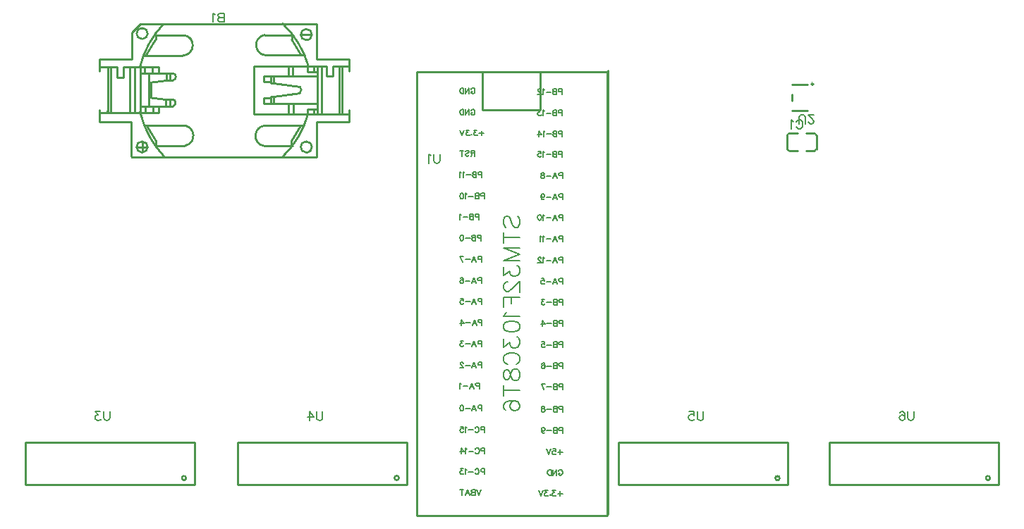
<source format=gbo>
G04 Layer: BottomSilkLayer*
G04 EasyEDA v6.4.20.2, 2021-06-27T22:08:49--7:00*
G04 5bb4508a62654dd5b4bd4a713fde6167,27d4ab91a1c145949b64cbb6833597a5,10*
G04 Gerber Generator version 0.2*
G04 Scale: 100 percent, Rotated: No, Reflected: No *
G04 Dimensions in inches *
G04 leading zeros omitted , absolute positions ,3 integer and 6 decimal *
%FSLAX36Y36*%
%MOIN*%

%ADD10C,0.0100*%
%ADD24C,0.0080*%
%ADD26C,0.0060*%
%ADD27C,0.0090*%
%ADD28C,0.0079*%

%LPD*%
D26*
X1440000Y-4169600D02*
G01*
X1440000Y-4212500D01*
X1440000Y-4169600D02*
G01*
X1421599Y-4169600D01*
X1415500Y-4171599D01*
X1413400Y-4173699D01*
X1411400Y-4177800D01*
X1411400Y-4181900D01*
X1413400Y-4185999D01*
X1415500Y-4188000D01*
X1421599Y-4190000D01*
X1440000Y-4190000D02*
G01*
X1421599Y-4190000D01*
X1415500Y-4192100D01*
X1413400Y-4194099D01*
X1411400Y-4198200D01*
X1411400Y-4204400D01*
X1413400Y-4208499D01*
X1415500Y-4210500D01*
X1421599Y-4212500D01*
X1440000Y-4212500D01*
X1397899Y-4177800D02*
G01*
X1393800Y-4175700D01*
X1387600Y-4169600D01*
X1387600Y-4212500D01*
X4143670Y-4684800D02*
G01*
X4145770Y-4680700D01*
X4149870Y-4676599D01*
X4153869Y-4674600D01*
X4162070Y-4674600D01*
X4166170Y-4676599D01*
X4170270Y-4680700D01*
X4172370Y-4684800D01*
X4174369Y-4690999D01*
X4174369Y-4701199D01*
X4172370Y-4707300D01*
X4170270Y-4711399D01*
X4166170Y-4715500D01*
X4162070Y-4717500D01*
X4153869Y-4717500D01*
X4149870Y-4715500D01*
X4145770Y-4711399D01*
X4143670Y-4707300D01*
X4130169Y-4682800D02*
G01*
X4126069Y-4680700D01*
X4119970Y-4674600D01*
X4119970Y-4717500D01*
X4157482Y-4692912D02*
G01*
X4157482Y-4662213D01*
X4159481Y-4656113D01*
X4163581Y-4652013D01*
X4169781Y-4650012D01*
X4173882Y-4650012D01*
X4179982Y-4652013D01*
X4184081Y-4656113D01*
X4186081Y-4662213D01*
X4186081Y-4692912D01*
X4201682Y-4682712D02*
G01*
X4201682Y-4684713D01*
X4203681Y-4688813D01*
X4205781Y-4690913D01*
X4209881Y-4692912D01*
X4217982Y-4692912D01*
X4222082Y-4690913D01*
X4224182Y-4688813D01*
X4226181Y-4684713D01*
X4226181Y-4680612D01*
X4224182Y-4676513D01*
X4220082Y-4670412D01*
X4199582Y-4650012D01*
X4228281Y-4650012D01*
X900000Y-6054600D02*
G01*
X900000Y-6085300D01*
X898000Y-6091399D01*
X893900Y-6095500D01*
X887700Y-6097500D01*
X883599Y-6097500D01*
X877500Y-6095500D01*
X873400Y-6091399D01*
X871400Y-6085300D01*
X871400Y-6054600D01*
X853800Y-6054600D02*
G01*
X831300Y-6054600D01*
X843500Y-6070999D01*
X837399Y-6070999D01*
X833299Y-6073000D01*
X831300Y-6075000D01*
X829200Y-6081199D01*
X829200Y-6085300D01*
X831300Y-6091399D01*
X835399Y-6095500D01*
X841499Y-6097500D01*
X847600Y-6097500D01*
X853800Y-6095500D01*
X855799Y-6093499D01*
X857899Y-6089400D01*
X1905000Y-6053811D02*
G01*
X1905000Y-6084512D01*
X1903000Y-6090612D01*
X1898900Y-6094712D01*
X1892700Y-6096712D01*
X1888599Y-6096712D01*
X1882500Y-6094712D01*
X1878400Y-6090612D01*
X1876400Y-6084512D01*
X1876400Y-6053811D01*
X1842399Y-6053811D02*
G01*
X1862899Y-6082411D01*
X1832200Y-6082411D01*
X1842399Y-6053811D02*
G01*
X1842399Y-6096712D01*
X3705000Y-6054600D02*
G01*
X3705000Y-6085300D01*
X3703000Y-6091399D01*
X3698900Y-6095500D01*
X3692700Y-6097500D01*
X3688599Y-6097500D01*
X3682500Y-6095500D01*
X3678400Y-6091399D01*
X3676400Y-6085300D01*
X3676400Y-6054600D01*
X3638299Y-6054600D02*
G01*
X3658800Y-6054600D01*
X3660799Y-6073000D01*
X3658800Y-6070999D01*
X3652600Y-6068899D01*
X3646499Y-6068899D01*
X3640399Y-6070999D01*
X3636300Y-6075000D01*
X3634200Y-6081199D01*
X3634200Y-6085300D01*
X3636300Y-6091399D01*
X3640399Y-6095500D01*
X3646499Y-6097500D01*
X3652600Y-6097500D01*
X3658800Y-6095500D01*
X3660799Y-6093499D01*
X3662899Y-6089400D01*
X4700000Y-6054600D02*
G01*
X4700000Y-6085300D01*
X4698000Y-6091399D01*
X4693900Y-6095500D01*
X4687700Y-6097500D01*
X4683599Y-6097500D01*
X4677500Y-6095500D01*
X4673400Y-6091399D01*
X4671400Y-6085300D01*
X4671400Y-6054600D01*
X4633299Y-6060700D02*
G01*
X4635400Y-6056599D01*
X4641499Y-6054600D01*
X4645600Y-6054600D01*
X4651700Y-6056599D01*
X4655799Y-6062800D01*
X4657900Y-6073000D01*
X4657900Y-6083200D01*
X4655799Y-6091399D01*
X4651700Y-6095500D01*
X4645600Y-6097500D01*
X4643500Y-6097500D01*
X4637399Y-6095500D01*
X4633299Y-6091399D01*
X4631300Y-6085300D01*
X4631300Y-6083200D01*
X4633299Y-6077100D01*
X4637399Y-6073000D01*
X4643500Y-6070999D01*
X4645600Y-6070999D01*
X4651700Y-6073000D01*
X4655799Y-6077100D01*
X4657900Y-6083200D01*
X2460000Y-4836323D02*
G01*
X2460000Y-4867004D01*
X2457955Y-4873141D01*
X2453864Y-4877231D01*
X2447727Y-4879277D01*
X2443635Y-4879277D01*
X2437500Y-4877231D01*
X2433409Y-4873141D01*
X2431364Y-4867004D01*
X2431364Y-4836323D01*
X2417863Y-4844504D02*
G01*
X2413773Y-4842458D01*
X2407636Y-4836323D01*
X2407636Y-4879277D01*
D28*
X2654300Y-6424731D02*
G01*
X2644300Y-6451032D01*
X2634300Y-6424731D02*
G01*
X2644300Y-6451032D01*
X2626000Y-6424731D02*
G01*
X2626000Y-6451032D01*
X2626000Y-6424731D02*
G01*
X2614700Y-6424731D01*
X2611000Y-6425931D01*
X2609700Y-6427231D01*
X2608500Y-6429731D01*
X2608500Y-6432231D01*
X2609700Y-6434731D01*
X2611000Y-6435931D01*
X2614700Y-6437231D01*
X2626000Y-6437231D02*
G01*
X2614700Y-6437231D01*
X2611000Y-6438431D01*
X2609700Y-6439731D01*
X2608500Y-6442231D01*
X2608500Y-6446032D01*
X2609700Y-6448532D01*
X2611000Y-6449731D01*
X2614700Y-6451032D01*
X2626000Y-6451032D01*
X2590200Y-6424731D02*
G01*
X2600200Y-6451032D01*
X2590200Y-6424731D02*
G01*
X2580100Y-6451032D01*
X2596400Y-6442231D02*
G01*
X2583900Y-6442231D01*
X2563100Y-6424731D02*
G01*
X2563100Y-6451032D01*
X2571899Y-6424731D02*
G01*
X2554300Y-6424731D01*
X2670000Y-6325731D02*
G01*
X2670000Y-6352031D01*
X2670000Y-6325731D02*
G01*
X2658699Y-6325731D01*
X2655000Y-6326932D01*
X2653699Y-6328231D01*
X2652500Y-6330731D01*
X2652500Y-6334432D01*
X2653699Y-6336932D01*
X2655000Y-6338231D01*
X2658699Y-6339432D01*
X2670000Y-6339432D01*
X2625399Y-6331932D02*
G01*
X2626700Y-6329432D01*
X2629200Y-6326932D01*
X2631700Y-6325731D01*
X2636700Y-6325731D01*
X2639200Y-6326932D01*
X2641700Y-6329432D01*
X2642899Y-6331932D01*
X2644200Y-6335731D01*
X2644200Y-6342031D01*
X2642899Y-6345731D01*
X2641700Y-6348231D01*
X2639200Y-6350731D01*
X2636700Y-6352031D01*
X2631700Y-6352031D01*
X2629200Y-6350731D01*
X2626700Y-6348231D01*
X2625399Y-6345731D01*
X2617100Y-6340731D02*
G01*
X2594600Y-6340731D01*
X2586300Y-6330731D02*
G01*
X2583800Y-6329432D01*
X2580100Y-6325731D01*
X2580100Y-6352031D01*
X2569300Y-6325731D02*
G01*
X2555500Y-6325731D01*
X2563000Y-6335731D01*
X2559300Y-6335731D01*
X2556800Y-6336932D01*
X2555500Y-6338231D01*
X2554300Y-6342031D01*
X2554300Y-6344531D01*
X2555500Y-6348231D01*
X2558000Y-6350731D01*
X2561800Y-6352031D01*
X2565500Y-6352031D01*
X2569300Y-6350731D01*
X2570500Y-6349531D01*
X2571800Y-6347031D01*
X2671300Y-6227732D02*
G01*
X2671300Y-6254032D01*
X2671300Y-6227732D02*
G01*
X2660000Y-6227732D01*
X2656300Y-6228932D01*
X2655000Y-6230232D01*
X2653800Y-6232732D01*
X2653800Y-6236432D01*
X2655000Y-6238932D01*
X2656300Y-6240232D01*
X2660000Y-6241432D01*
X2671300Y-6241432D01*
X2626700Y-6233932D02*
G01*
X2628000Y-6231432D01*
X2630500Y-6228932D01*
X2633000Y-6227732D01*
X2638000Y-6227732D01*
X2640500Y-6228932D01*
X2643000Y-6231432D01*
X2644200Y-6233932D01*
X2645500Y-6237732D01*
X2645500Y-6244032D01*
X2644200Y-6247732D01*
X2643000Y-6250232D01*
X2640500Y-6252732D01*
X2638000Y-6254032D01*
X2633000Y-6254032D01*
X2630500Y-6252732D01*
X2628000Y-6250232D01*
X2626700Y-6247732D01*
X2618400Y-6242732D02*
G01*
X2595900Y-6242732D01*
X2587600Y-6232732D02*
G01*
X2585100Y-6231432D01*
X2581400Y-6227732D01*
X2581400Y-6254032D01*
X2560600Y-6227732D02*
G01*
X2573100Y-6245232D01*
X2554300Y-6245232D01*
X2560600Y-6227732D02*
G01*
X2560600Y-6254032D01*
X2670000Y-6126732D02*
G01*
X2670000Y-6153031D01*
X2670000Y-6126732D02*
G01*
X2658699Y-6126732D01*
X2655000Y-6127932D01*
X2653699Y-6129232D01*
X2652500Y-6131732D01*
X2652500Y-6135432D01*
X2653699Y-6137932D01*
X2655000Y-6139232D01*
X2658699Y-6140432D01*
X2670000Y-6140432D01*
X2625399Y-6132932D02*
G01*
X2626700Y-6130432D01*
X2629200Y-6127932D01*
X2631700Y-6126732D01*
X2636700Y-6126732D01*
X2639200Y-6127932D01*
X2641700Y-6130432D01*
X2642899Y-6132932D01*
X2644200Y-6136732D01*
X2644200Y-6143031D01*
X2642899Y-6146732D01*
X2641700Y-6149232D01*
X2639200Y-6151732D01*
X2636700Y-6153031D01*
X2631700Y-6153031D01*
X2629200Y-6151732D01*
X2626700Y-6149232D01*
X2625399Y-6146732D01*
X2617100Y-6141732D02*
G01*
X2594600Y-6141732D01*
X2586300Y-6131732D02*
G01*
X2583800Y-6130432D01*
X2580100Y-6126732D01*
X2580100Y-6153031D01*
X2556800Y-6126732D02*
G01*
X2569300Y-6126732D01*
X2570500Y-6137932D01*
X2569300Y-6136732D01*
X2565500Y-6135432D01*
X2561800Y-6135432D01*
X2558000Y-6136732D01*
X2555500Y-6139232D01*
X2554300Y-6143031D01*
X2554300Y-6145531D01*
X2555500Y-6149232D01*
X2558000Y-6151732D01*
X2561800Y-6153031D01*
X2565500Y-6153031D01*
X2569300Y-6151732D01*
X2570500Y-6150531D01*
X2571800Y-6148031D01*
X2656800Y-6025731D02*
G01*
X2656800Y-6052031D01*
X2656800Y-6025731D02*
G01*
X2645500Y-6025731D01*
X2641800Y-6026932D01*
X2640500Y-6028231D01*
X2639300Y-6030731D01*
X2639300Y-6034432D01*
X2640500Y-6036932D01*
X2641800Y-6038231D01*
X2645500Y-6039432D01*
X2656800Y-6039432D01*
X2621000Y-6025731D02*
G01*
X2631000Y-6052031D01*
X2621000Y-6025731D02*
G01*
X2611000Y-6052031D01*
X2627200Y-6043231D02*
G01*
X2614700Y-6043231D01*
X2602700Y-6040731D02*
G01*
X2580100Y-6040731D01*
X2564399Y-6025731D02*
G01*
X2568100Y-6026932D01*
X2570600Y-6030731D01*
X2571899Y-6036932D01*
X2571899Y-6040731D01*
X2570600Y-6047031D01*
X2568100Y-6050731D01*
X2564399Y-6052031D01*
X2561800Y-6052031D01*
X2558100Y-6050731D01*
X2555600Y-6047031D01*
X2554300Y-6040731D01*
X2554300Y-6036932D01*
X2555600Y-6030731D01*
X2558100Y-6026932D01*
X2561800Y-6025731D01*
X2564399Y-6025731D01*
X2645500Y-5919731D02*
G01*
X2645500Y-5946032D01*
X2645500Y-5919731D02*
G01*
X2634200Y-5919731D01*
X2630500Y-5920931D01*
X2629200Y-5922231D01*
X2628000Y-5924731D01*
X2628000Y-5928431D01*
X2629200Y-5930931D01*
X2630500Y-5932231D01*
X2634200Y-5933431D01*
X2645500Y-5933431D01*
X2609700Y-5919731D02*
G01*
X2619700Y-5946032D01*
X2609700Y-5919731D02*
G01*
X2599700Y-5946032D01*
X2615900Y-5937231D02*
G01*
X2603400Y-5937231D01*
X2591400Y-5934731D02*
G01*
X2568800Y-5934731D01*
X2560600Y-5924731D02*
G01*
X2558100Y-5923431D01*
X2554300Y-5919731D01*
X2554300Y-5946032D01*
X2656800Y-5821732D02*
G01*
X2656800Y-5848031D01*
X2656800Y-5821732D02*
G01*
X2645500Y-5821732D01*
X2641800Y-5822932D01*
X2640500Y-5824232D01*
X2639300Y-5826732D01*
X2639300Y-5830432D01*
X2640500Y-5832932D01*
X2641800Y-5834232D01*
X2645500Y-5835432D01*
X2656800Y-5835432D01*
X2621000Y-5821732D02*
G01*
X2631000Y-5848031D01*
X2621000Y-5821732D02*
G01*
X2611000Y-5848031D01*
X2627200Y-5839232D02*
G01*
X2614700Y-5839232D01*
X2602700Y-5836732D02*
G01*
X2580100Y-5836732D01*
X2570600Y-5827932D02*
G01*
X2570600Y-5826732D01*
X2569399Y-5824232D01*
X2568100Y-5822932D01*
X2565600Y-5821732D01*
X2560600Y-5821732D01*
X2558100Y-5822932D01*
X2556800Y-5824232D01*
X2555600Y-5826732D01*
X2555600Y-5829232D01*
X2556800Y-5831732D01*
X2559300Y-5835432D01*
X2571899Y-5848031D01*
X2554300Y-5848031D01*
X2656800Y-5720731D02*
G01*
X2656800Y-5747031D01*
X2656800Y-5720731D02*
G01*
X2645500Y-5720731D01*
X2641800Y-5721932D01*
X2640500Y-5723231D01*
X2639300Y-5725731D01*
X2639300Y-5729432D01*
X2640500Y-5731932D01*
X2641800Y-5733231D01*
X2645500Y-5734432D01*
X2656800Y-5734432D01*
X2621000Y-5720731D02*
G01*
X2631000Y-5747031D01*
X2621000Y-5720731D02*
G01*
X2611000Y-5747031D01*
X2627200Y-5738231D02*
G01*
X2614700Y-5738231D01*
X2602700Y-5735731D02*
G01*
X2580100Y-5735731D01*
X2569399Y-5720731D02*
G01*
X2555600Y-5720731D01*
X2563100Y-5730731D01*
X2559300Y-5730731D01*
X2556800Y-5731932D01*
X2555600Y-5733231D01*
X2554300Y-5737031D01*
X2554300Y-5739531D01*
X2555600Y-5743231D01*
X2558100Y-5745731D01*
X2561800Y-5747031D01*
X2565600Y-5747031D01*
X2569399Y-5745731D01*
X2570600Y-5744531D01*
X2571899Y-5742031D01*
X2658000Y-5619731D02*
G01*
X2658000Y-5646032D01*
X2658000Y-5619731D02*
G01*
X2646700Y-5619731D01*
X2643000Y-5620931D01*
X2641700Y-5622231D01*
X2640500Y-5624731D01*
X2640500Y-5628431D01*
X2641700Y-5630931D01*
X2643000Y-5632231D01*
X2646700Y-5633431D01*
X2658000Y-5633431D01*
X2622200Y-5619731D02*
G01*
X2632200Y-5646032D01*
X2622200Y-5619731D02*
G01*
X2612200Y-5646032D01*
X2628400Y-5637231D02*
G01*
X2615900Y-5637231D01*
X2603900Y-5634731D02*
G01*
X2581300Y-5634731D01*
X2560500Y-5619731D02*
G01*
X2573100Y-5637231D01*
X2554300Y-5637231D01*
X2560500Y-5619731D02*
G01*
X2560500Y-5646032D01*
X2656800Y-5519731D02*
G01*
X2656800Y-5546032D01*
X2656800Y-5519731D02*
G01*
X2645500Y-5519731D01*
X2641800Y-5520931D01*
X2640500Y-5522231D01*
X2639300Y-5524731D01*
X2639300Y-5528431D01*
X2640500Y-5530931D01*
X2641800Y-5532231D01*
X2645500Y-5533431D01*
X2656800Y-5533431D01*
X2621000Y-5519731D02*
G01*
X2631000Y-5546032D01*
X2621000Y-5519731D02*
G01*
X2611000Y-5546032D01*
X2627200Y-5537231D02*
G01*
X2614700Y-5537231D01*
X2602700Y-5534731D02*
G01*
X2580100Y-5534731D01*
X2556800Y-5519731D02*
G01*
X2569399Y-5519731D01*
X2570600Y-5530931D01*
X2569399Y-5529731D01*
X2565600Y-5528431D01*
X2561800Y-5528431D01*
X2558100Y-5529731D01*
X2555600Y-5532231D01*
X2554300Y-5536032D01*
X2554300Y-5538532D01*
X2555600Y-5542231D01*
X2558100Y-5544731D01*
X2561800Y-5546032D01*
X2565600Y-5546032D01*
X2569399Y-5544731D01*
X2570600Y-5543532D01*
X2571899Y-5541032D01*
X2655500Y-5421732D02*
G01*
X2655500Y-5448031D01*
X2655500Y-5421732D02*
G01*
X2644200Y-5421732D01*
X2640500Y-5422932D01*
X2639200Y-5424232D01*
X2638000Y-5426732D01*
X2638000Y-5430432D01*
X2639200Y-5432932D01*
X2640500Y-5434232D01*
X2644200Y-5435432D01*
X2655500Y-5435432D01*
X2619700Y-5421732D02*
G01*
X2629700Y-5448031D01*
X2619700Y-5421732D02*
G01*
X2609700Y-5448031D01*
X2625900Y-5439232D02*
G01*
X2613400Y-5439232D01*
X2601400Y-5436732D02*
G01*
X2578800Y-5436732D01*
X2555500Y-5425432D02*
G01*
X2556800Y-5422932D01*
X2560500Y-5421732D01*
X2563100Y-5421732D01*
X2566800Y-5422932D01*
X2569300Y-5426732D01*
X2570600Y-5432932D01*
X2570600Y-5439232D01*
X2569300Y-5444232D01*
X2566800Y-5446732D01*
X2563100Y-5448031D01*
X2561800Y-5448031D01*
X2558000Y-5446732D01*
X2555500Y-5444232D01*
X2554300Y-5440531D01*
X2554300Y-5439232D01*
X2555500Y-5435432D01*
X2558000Y-5432932D01*
X2561800Y-5431732D01*
X2563100Y-5431732D01*
X2566800Y-5432932D01*
X2569300Y-5435432D01*
X2570600Y-5439232D01*
X2656800Y-5320731D02*
G01*
X2656800Y-5347031D01*
X2656800Y-5320731D02*
G01*
X2645500Y-5320731D01*
X2641800Y-5321932D01*
X2640500Y-5323231D01*
X2639300Y-5325731D01*
X2639300Y-5329432D01*
X2640500Y-5331932D01*
X2641800Y-5333231D01*
X2645500Y-5334432D01*
X2656800Y-5334432D01*
X2621000Y-5320731D02*
G01*
X2631000Y-5347031D01*
X2621000Y-5320731D02*
G01*
X2611000Y-5347031D01*
X2627200Y-5338231D02*
G01*
X2614700Y-5338231D01*
X2602700Y-5335731D02*
G01*
X2580100Y-5335731D01*
X2554300Y-5320731D02*
G01*
X2566899Y-5347031D01*
X2571899Y-5320731D02*
G01*
X2554300Y-5320731D01*
X2654300Y-5219731D02*
G01*
X2654300Y-5246032D01*
X2654300Y-5219731D02*
G01*
X2643000Y-5219731D01*
X2639300Y-5220931D01*
X2638000Y-5222231D01*
X2636800Y-5224731D01*
X2636800Y-5228431D01*
X2638000Y-5230931D01*
X2639300Y-5232231D01*
X2643000Y-5233431D01*
X2654300Y-5233431D01*
X2628500Y-5219731D02*
G01*
X2628500Y-5246032D01*
X2628500Y-5219731D02*
G01*
X2617200Y-5219731D01*
X2613500Y-5220931D01*
X2612200Y-5222231D01*
X2611000Y-5224731D01*
X2611000Y-5227231D01*
X2612200Y-5229731D01*
X2613500Y-5230931D01*
X2617200Y-5232231D01*
X2628500Y-5232231D02*
G01*
X2617200Y-5232231D01*
X2613500Y-5233431D01*
X2612200Y-5234731D01*
X2611000Y-5237231D01*
X2611000Y-5241032D01*
X2612200Y-5243532D01*
X2613500Y-5244731D01*
X2617200Y-5246032D01*
X2628500Y-5246032D01*
X2602700Y-5234731D02*
G01*
X2580100Y-5234731D01*
X2564399Y-5219731D02*
G01*
X2568100Y-5220931D01*
X2570600Y-5224731D01*
X2571899Y-5230931D01*
X2571899Y-5234731D01*
X2570600Y-5241032D01*
X2568100Y-5244731D01*
X2564399Y-5246032D01*
X2561899Y-5246032D01*
X2558100Y-5244731D01*
X2555600Y-5241032D01*
X2554300Y-5234731D01*
X2554300Y-5230931D01*
X2555600Y-5224731D01*
X2558100Y-5220931D01*
X2561899Y-5219731D01*
X2564399Y-5219731D01*
X2643000Y-5119731D02*
G01*
X2643000Y-5146032D01*
X2643000Y-5119731D02*
G01*
X2631700Y-5119731D01*
X2628000Y-5120931D01*
X2626700Y-5122231D01*
X2625500Y-5124731D01*
X2625500Y-5128431D01*
X2626700Y-5130931D01*
X2628000Y-5132231D01*
X2631700Y-5133431D01*
X2643000Y-5133431D01*
X2617200Y-5119731D02*
G01*
X2617200Y-5146032D01*
X2617200Y-5119731D02*
G01*
X2605900Y-5119731D01*
X2602200Y-5120931D01*
X2600900Y-5122231D01*
X2599700Y-5124731D01*
X2599700Y-5127231D01*
X2600900Y-5129731D01*
X2602200Y-5130931D01*
X2605900Y-5132231D01*
X2617200Y-5132231D02*
G01*
X2605900Y-5132231D01*
X2602200Y-5133431D01*
X2600900Y-5134731D01*
X2599700Y-5137231D01*
X2599700Y-5141032D01*
X2600900Y-5143532D01*
X2602200Y-5144731D01*
X2605900Y-5146032D01*
X2617200Y-5146032D01*
X2591400Y-5134731D02*
G01*
X2568800Y-5134731D01*
X2560600Y-5124731D02*
G01*
X2558100Y-5123431D01*
X2554300Y-5119731D01*
X2554300Y-5146032D01*
X2668800Y-5021732D02*
G01*
X2668800Y-5048031D01*
X2668800Y-5021732D02*
G01*
X2657500Y-5021732D01*
X2653800Y-5022932D01*
X2652500Y-5024232D01*
X2651300Y-5026732D01*
X2651300Y-5030432D01*
X2652500Y-5032932D01*
X2653800Y-5034232D01*
X2657500Y-5035432D01*
X2668800Y-5035432D01*
X2643000Y-5021732D02*
G01*
X2643000Y-5048031D01*
X2643000Y-5021732D02*
G01*
X2631700Y-5021732D01*
X2628000Y-5022932D01*
X2626700Y-5024232D01*
X2625500Y-5026732D01*
X2625500Y-5029232D01*
X2626700Y-5031732D01*
X2628000Y-5032932D01*
X2631700Y-5034232D01*
X2643000Y-5034232D02*
G01*
X2631700Y-5034232D01*
X2628000Y-5035432D01*
X2626700Y-5036732D01*
X2625500Y-5039232D01*
X2625500Y-5043031D01*
X2626700Y-5045531D01*
X2628000Y-5046732D01*
X2631700Y-5048031D01*
X2643000Y-5048031D01*
X2617200Y-5036732D02*
G01*
X2594600Y-5036732D01*
X2586400Y-5026732D02*
G01*
X2583900Y-5025432D01*
X2580100Y-5021732D01*
X2580100Y-5048031D01*
X2564300Y-5021732D02*
G01*
X2568100Y-5022932D01*
X2570600Y-5026732D01*
X2571800Y-5032932D01*
X2571800Y-5036732D01*
X2570600Y-5043031D01*
X2568100Y-5046732D01*
X2564300Y-5048031D01*
X2561800Y-5048031D01*
X2558100Y-5046732D01*
X2555600Y-5043031D01*
X2554300Y-5036732D01*
X2554300Y-5032932D01*
X2555600Y-5026732D01*
X2558100Y-5022932D01*
X2561800Y-5021732D01*
X2564300Y-5021732D01*
X2657500Y-4920731D02*
G01*
X2657500Y-4947031D01*
X2657500Y-4920731D02*
G01*
X2646199Y-4920731D01*
X2642500Y-4921932D01*
X2641199Y-4923231D01*
X2640000Y-4925731D01*
X2640000Y-4929432D01*
X2641199Y-4931932D01*
X2642500Y-4933231D01*
X2646199Y-4934432D01*
X2657500Y-4934432D01*
X2631700Y-4920731D02*
G01*
X2631700Y-4947031D01*
X2631700Y-4920731D02*
G01*
X2620399Y-4920731D01*
X2616700Y-4921932D01*
X2615399Y-4923231D01*
X2614200Y-4925731D01*
X2614200Y-4928231D01*
X2615399Y-4930731D01*
X2616700Y-4931932D01*
X2620399Y-4933231D01*
X2631700Y-4933231D02*
G01*
X2620399Y-4933231D01*
X2616700Y-4934432D01*
X2615399Y-4935731D01*
X2614200Y-4938231D01*
X2614200Y-4942031D01*
X2615399Y-4944531D01*
X2616700Y-4945731D01*
X2620399Y-4947031D01*
X2631700Y-4947031D01*
X2605900Y-4935731D02*
G01*
X2583299Y-4935731D01*
X2575100Y-4925731D02*
G01*
X2572600Y-4924432D01*
X2568800Y-4920731D01*
X2568800Y-4947031D01*
X2560500Y-4925731D02*
G01*
X2558000Y-4924432D01*
X2554300Y-4920731D01*
X2554300Y-4947031D01*
X2623400Y-4819731D02*
G01*
X2623400Y-4846032D01*
X2623400Y-4819731D02*
G01*
X2612100Y-4819731D01*
X2608400Y-4820931D01*
X2607100Y-4822231D01*
X2605900Y-4824731D01*
X2605900Y-4827231D01*
X2607100Y-4829731D01*
X2608400Y-4830931D01*
X2612100Y-4832231D01*
X2623400Y-4832231D01*
X2614600Y-4832231D02*
G01*
X2605900Y-4846032D01*
X2580100Y-4823431D02*
G01*
X2582600Y-4820931D01*
X2586300Y-4819731D01*
X2591300Y-4819731D01*
X2595100Y-4820931D01*
X2597600Y-4823431D01*
X2597600Y-4825931D01*
X2596300Y-4828431D01*
X2595100Y-4829731D01*
X2592600Y-4830931D01*
X2585100Y-4833431D01*
X2582600Y-4834731D01*
X2581300Y-4836032D01*
X2580100Y-4838532D01*
X2580100Y-4842231D01*
X2582600Y-4844731D01*
X2586300Y-4846032D01*
X2591300Y-4846032D01*
X2595100Y-4844731D01*
X2597600Y-4842231D01*
X2563000Y-4819731D02*
G01*
X2563000Y-4846032D01*
X2571800Y-4819731D02*
G01*
X2554300Y-4819731D01*
X2656199Y-4726432D02*
G01*
X2656199Y-4749032D01*
X2667500Y-4737732D02*
G01*
X2645000Y-4737732D01*
X2634200Y-4722732D02*
G01*
X2620399Y-4722732D01*
X2627899Y-4732732D01*
X2624200Y-4732732D01*
X2621700Y-4733932D01*
X2620399Y-4735232D01*
X2619099Y-4739032D01*
X2619099Y-4741532D01*
X2620399Y-4745232D01*
X2622899Y-4747732D01*
X2626700Y-4749032D01*
X2630399Y-4749032D01*
X2634200Y-4747732D01*
X2635399Y-4746532D01*
X2636700Y-4744032D01*
X2609600Y-4742732D02*
G01*
X2610900Y-4744032D01*
X2609600Y-4745232D01*
X2608400Y-4744032D01*
X2609600Y-4742732D01*
X2597600Y-4722732D02*
G01*
X2583800Y-4722732D01*
X2591300Y-4732732D01*
X2587600Y-4732732D01*
X2585100Y-4733932D01*
X2583800Y-4735232D01*
X2582600Y-4739032D01*
X2582600Y-4741532D01*
X2583800Y-4745232D01*
X2586300Y-4747732D01*
X2590100Y-4749032D01*
X2593800Y-4749032D01*
X2597600Y-4747732D01*
X2598900Y-4746532D01*
X2600100Y-4744032D01*
X2574300Y-4722732D02*
G01*
X2564300Y-4749032D01*
X2554300Y-4722732D02*
G01*
X2564300Y-4749032D01*
X2605900Y-4630931D02*
G01*
X2607200Y-4628431D01*
X2609700Y-4625931D01*
X2612200Y-4624731D01*
X2617200Y-4624731D01*
X2619700Y-4625931D01*
X2622200Y-4628431D01*
X2623400Y-4630931D01*
X2624700Y-4634731D01*
X2624700Y-4641032D01*
X2623400Y-4644731D01*
X2622200Y-4647231D01*
X2619700Y-4649731D01*
X2617200Y-4651032D01*
X2612200Y-4651032D01*
X2609700Y-4649731D01*
X2607200Y-4647231D01*
X2605900Y-4644731D01*
X2605900Y-4641032D01*
X2612200Y-4641032D02*
G01*
X2605900Y-4641032D01*
X2597600Y-4624731D02*
G01*
X2597600Y-4651032D01*
X2597600Y-4624731D02*
G01*
X2580100Y-4651032D01*
X2580100Y-4624731D02*
G01*
X2580100Y-4651032D01*
X2571800Y-4624731D02*
G01*
X2571800Y-4651032D01*
X2571800Y-4624731D02*
G01*
X2563100Y-4624731D01*
X2559300Y-4625931D01*
X2556800Y-4628431D01*
X2555600Y-4630931D01*
X2554300Y-4634731D01*
X2554300Y-4641032D01*
X2555600Y-4644731D01*
X2556800Y-4647231D01*
X2559300Y-4649731D01*
X2563100Y-4651032D01*
X2571800Y-4651032D01*
X2605900Y-4529931D02*
G01*
X2607200Y-4527431D01*
X2609700Y-4524931D01*
X2612200Y-4523732D01*
X2617200Y-4523732D01*
X2619700Y-4524931D01*
X2622200Y-4527431D01*
X2623400Y-4529931D01*
X2624700Y-4533732D01*
X2624700Y-4540032D01*
X2623400Y-4543732D01*
X2622200Y-4546232D01*
X2619700Y-4548732D01*
X2617200Y-4550032D01*
X2612200Y-4550032D01*
X2609700Y-4548732D01*
X2607200Y-4546232D01*
X2605900Y-4543732D01*
X2605900Y-4540032D01*
X2612200Y-4540032D02*
G01*
X2605900Y-4540032D01*
X2597600Y-4523732D02*
G01*
X2597600Y-4550032D01*
X2597600Y-4523732D02*
G01*
X2580100Y-4550032D01*
X2580100Y-4523732D02*
G01*
X2580100Y-4550032D01*
X2571800Y-4523732D02*
G01*
X2571800Y-4550032D01*
X2571800Y-4523732D02*
G01*
X2563100Y-4523732D01*
X2559300Y-4524931D01*
X2556800Y-4527431D01*
X2555600Y-4529931D01*
X2554300Y-4533732D01*
X2554300Y-4540032D01*
X2555600Y-4543732D01*
X2556800Y-4546232D01*
X2559300Y-4548732D01*
X2563100Y-4550032D01*
X2571800Y-4550032D01*
X3027500Y-6432431D02*
G01*
X3027500Y-6455032D01*
X3038800Y-6443732D02*
G01*
X3016300Y-6443732D01*
X3005500Y-6428732D02*
G01*
X2991700Y-6428732D01*
X2999200Y-6438732D01*
X2995500Y-6438732D01*
X2993000Y-6439931D01*
X2991700Y-6441232D01*
X2990399Y-6445032D01*
X2990399Y-6447532D01*
X2991700Y-6451232D01*
X2994200Y-6453732D01*
X2998000Y-6455032D01*
X3001700Y-6455032D01*
X3005500Y-6453732D01*
X3006700Y-6452532D01*
X3008000Y-6450032D01*
X2980900Y-6448732D02*
G01*
X2982200Y-6450032D01*
X2980900Y-6451232D01*
X2979700Y-6450032D01*
X2980900Y-6448732D01*
X2968900Y-6428732D02*
G01*
X2955100Y-6428732D01*
X2962600Y-6438732D01*
X2958900Y-6438732D01*
X2956400Y-6439931D01*
X2955100Y-6441232D01*
X2953900Y-6445032D01*
X2953900Y-6447532D01*
X2955100Y-6451232D01*
X2957600Y-6453732D01*
X2961400Y-6455032D01*
X2965100Y-6455032D01*
X2968900Y-6453732D01*
X2970200Y-6452532D01*
X2971400Y-6450032D01*
X2945600Y-6428732D02*
G01*
X2935600Y-6455032D01*
X2925600Y-6428732D02*
G01*
X2935600Y-6455032D01*
X3020000Y-6335931D02*
G01*
X3021300Y-6333431D01*
X3023800Y-6330931D01*
X3026300Y-6329731D01*
X3031300Y-6329731D01*
X3033800Y-6330931D01*
X3036300Y-6333431D01*
X3037500Y-6335931D01*
X3038800Y-6339731D01*
X3038800Y-6346032D01*
X3037500Y-6349731D01*
X3036300Y-6352231D01*
X3033800Y-6354731D01*
X3031300Y-6356032D01*
X3026300Y-6356032D01*
X3023800Y-6354731D01*
X3021300Y-6352231D01*
X3020000Y-6349731D01*
X3020000Y-6346032D01*
X3026300Y-6346032D02*
G01*
X3020000Y-6346032D01*
X3011700Y-6329731D02*
G01*
X3011700Y-6356032D01*
X3011700Y-6329731D02*
G01*
X2994200Y-6356032D01*
X2994200Y-6329731D02*
G01*
X2994200Y-6356032D01*
X2985900Y-6329731D02*
G01*
X2985900Y-6356032D01*
X2985900Y-6329731D02*
G01*
X2977200Y-6329731D01*
X2973400Y-6330931D01*
X2970900Y-6333431D01*
X2969700Y-6335931D01*
X2968400Y-6339731D01*
X2968400Y-6346032D01*
X2969700Y-6349731D01*
X2970900Y-6352231D01*
X2973400Y-6354731D01*
X2977200Y-6356032D01*
X2985900Y-6356032D01*
X3027500Y-6235432D02*
G01*
X3027500Y-6258031D01*
X3038800Y-6246732D02*
G01*
X3016300Y-6246732D01*
X2993000Y-6231732D02*
G01*
X3005500Y-6231732D01*
X3006700Y-6242932D01*
X3005500Y-6241732D01*
X3001700Y-6240432D01*
X2998000Y-6240432D01*
X2994200Y-6241732D01*
X2991700Y-6244232D01*
X2990399Y-6248031D01*
X2990399Y-6250531D01*
X2991700Y-6254232D01*
X2994200Y-6256732D01*
X2998000Y-6258031D01*
X3001700Y-6258031D01*
X3005500Y-6256732D01*
X3006700Y-6255531D01*
X3008000Y-6253031D01*
X2982200Y-6231732D02*
G01*
X2972200Y-6258031D01*
X2962100Y-6231732D02*
G01*
X2972200Y-6258031D01*
X3038800Y-6130731D02*
G01*
X3038800Y-6157031D01*
X3038800Y-6130731D02*
G01*
X3027500Y-6130731D01*
X3023800Y-6131932D01*
X3022500Y-6133231D01*
X3021300Y-6135731D01*
X3021300Y-6139432D01*
X3022500Y-6141932D01*
X3023800Y-6143231D01*
X3027500Y-6144432D01*
X3038800Y-6144432D01*
X3013000Y-6130731D02*
G01*
X3013000Y-6157031D01*
X3013000Y-6130731D02*
G01*
X3001700Y-6130731D01*
X2998000Y-6131932D01*
X2996700Y-6133231D01*
X2995500Y-6135731D01*
X2995500Y-6138231D01*
X2996700Y-6140731D01*
X2998000Y-6141932D01*
X3001700Y-6143231D01*
X3013000Y-6143231D02*
G01*
X3001700Y-6143231D01*
X2998000Y-6144432D01*
X2996700Y-6145731D01*
X2995500Y-6148231D01*
X2995500Y-6152031D01*
X2996700Y-6154531D01*
X2998000Y-6155731D01*
X3001700Y-6157031D01*
X3013000Y-6157031D01*
X2987200Y-6145731D02*
G01*
X2964600Y-6145731D01*
X2940100Y-6139432D02*
G01*
X2941300Y-6143231D01*
X2943800Y-6145731D01*
X2947600Y-6147031D01*
X2948900Y-6147031D01*
X2952600Y-6145731D01*
X2955100Y-6143231D01*
X2956400Y-6139432D01*
X2956400Y-6138231D01*
X2955100Y-6134432D01*
X2952600Y-6131932D01*
X2948900Y-6130731D01*
X2947600Y-6130731D01*
X2943800Y-6131932D01*
X2941300Y-6134432D01*
X2940100Y-6139432D01*
X2940100Y-6145731D01*
X2941300Y-6152031D01*
X2943800Y-6155731D01*
X2947600Y-6157031D01*
X2950100Y-6157031D01*
X2953900Y-6155731D01*
X2955100Y-6153231D01*
X3038800Y-6029731D02*
G01*
X3038800Y-6056032D01*
X3038800Y-6029731D02*
G01*
X3027500Y-6029731D01*
X3023800Y-6030931D01*
X3022500Y-6032231D01*
X3021300Y-6034731D01*
X3021300Y-6038431D01*
X3022500Y-6040931D01*
X3023800Y-6042231D01*
X3027500Y-6043431D01*
X3038800Y-6043431D01*
X3013000Y-6029731D02*
G01*
X3013000Y-6056032D01*
X3013000Y-6029731D02*
G01*
X3001700Y-6029731D01*
X2998000Y-6030931D01*
X2996700Y-6032231D01*
X2995500Y-6034731D01*
X2995500Y-6037231D01*
X2996700Y-6039731D01*
X2998000Y-6040931D01*
X3001700Y-6042231D01*
X3013000Y-6042231D02*
G01*
X3001700Y-6042231D01*
X2998000Y-6043431D01*
X2996700Y-6044731D01*
X2995500Y-6047231D01*
X2995500Y-6051032D01*
X2996700Y-6053532D01*
X2998000Y-6054731D01*
X3001700Y-6056032D01*
X3013000Y-6056032D01*
X2987200Y-6044731D02*
G01*
X2964600Y-6044731D01*
X2950100Y-6029731D02*
G01*
X2953900Y-6030931D01*
X2955100Y-6033431D01*
X2955100Y-6035931D01*
X2953900Y-6038431D01*
X2951400Y-6039731D01*
X2946300Y-6040931D01*
X2942600Y-6042231D01*
X2940100Y-6044731D01*
X2938800Y-6047231D01*
X2938800Y-6051032D01*
X2940100Y-6053532D01*
X2941300Y-6054731D01*
X2945100Y-6056032D01*
X2950100Y-6056032D01*
X2953900Y-6054731D01*
X2955100Y-6053532D01*
X2956400Y-6051032D01*
X2956400Y-6047231D01*
X2955100Y-6044731D01*
X2952600Y-6042231D01*
X2948900Y-6040931D01*
X2943800Y-6039731D01*
X2941300Y-6038431D01*
X2940100Y-6035931D01*
X2940100Y-6033431D01*
X2941300Y-6030931D01*
X2945100Y-6029731D01*
X2950100Y-6029731D01*
X3038800Y-5923732D02*
G01*
X3038800Y-5950032D01*
X3038800Y-5923732D02*
G01*
X3027500Y-5923732D01*
X3023800Y-5924931D01*
X3022500Y-5926232D01*
X3021300Y-5928732D01*
X3021300Y-5932431D01*
X3022500Y-5934931D01*
X3023800Y-5936232D01*
X3027500Y-5937431D01*
X3038800Y-5937431D01*
X3013000Y-5923732D02*
G01*
X3013000Y-5950032D01*
X3013000Y-5923732D02*
G01*
X3001700Y-5923732D01*
X2998000Y-5924931D01*
X2996700Y-5926232D01*
X2995500Y-5928732D01*
X2995500Y-5931232D01*
X2996700Y-5933732D01*
X2998000Y-5934931D01*
X3001700Y-5936232D01*
X3013000Y-5936232D02*
G01*
X3001700Y-5936232D01*
X2998000Y-5937431D01*
X2996700Y-5938732D01*
X2995500Y-5941232D01*
X2995500Y-5945032D01*
X2996700Y-5947532D01*
X2998000Y-5948732D01*
X3001700Y-5950032D01*
X3013000Y-5950032D01*
X2987200Y-5938732D02*
G01*
X2964600Y-5938732D01*
X2938800Y-5923732D02*
G01*
X2951400Y-5950032D01*
X2956400Y-5923732D02*
G01*
X2938800Y-5923732D01*
X3038800Y-5825731D02*
G01*
X3038800Y-5852031D01*
X3038800Y-5825731D02*
G01*
X3027500Y-5825731D01*
X3023800Y-5826932D01*
X3022500Y-5828231D01*
X3021300Y-5830731D01*
X3021300Y-5834432D01*
X3022500Y-5836932D01*
X3023800Y-5838231D01*
X3027500Y-5839432D01*
X3038800Y-5839432D01*
X3013000Y-5825731D02*
G01*
X3013000Y-5852031D01*
X3013000Y-5825731D02*
G01*
X3001700Y-5825731D01*
X2998000Y-5826932D01*
X2996700Y-5828231D01*
X2995500Y-5830731D01*
X2995500Y-5833231D01*
X2996700Y-5835731D01*
X2998000Y-5836932D01*
X3001700Y-5838231D01*
X3013000Y-5838231D02*
G01*
X3001700Y-5838231D01*
X2998000Y-5839432D01*
X2996700Y-5840731D01*
X2995500Y-5843231D01*
X2995500Y-5847031D01*
X2996700Y-5849531D01*
X2998000Y-5850731D01*
X3001700Y-5852031D01*
X3013000Y-5852031D01*
X2987200Y-5840731D02*
G01*
X2964600Y-5840731D01*
X2941300Y-5829432D02*
G01*
X2942600Y-5826932D01*
X2946400Y-5825731D01*
X2948900Y-5825731D01*
X2952600Y-5826932D01*
X2955100Y-5830731D01*
X2956400Y-5836932D01*
X2956400Y-5843231D01*
X2955100Y-5848231D01*
X2952600Y-5850731D01*
X2948900Y-5852031D01*
X2947600Y-5852031D01*
X2943800Y-5850731D01*
X2941300Y-5848231D01*
X2940100Y-5844531D01*
X2940100Y-5843231D01*
X2941300Y-5839432D01*
X2943800Y-5836932D01*
X2947600Y-5835731D01*
X2948900Y-5835731D01*
X2952600Y-5836932D01*
X2955100Y-5839432D01*
X2956400Y-5843231D01*
X3038800Y-5724731D02*
G01*
X3038800Y-5751032D01*
X3038800Y-5724731D02*
G01*
X3027500Y-5724731D01*
X3023800Y-5725931D01*
X3022500Y-5727231D01*
X3021300Y-5729731D01*
X3021300Y-5733431D01*
X3022500Y-5735931D01*
X3023800Y-5737231D01*
X3027500Y-5738431D01*
X3038800Y-5738431D01*
X3013000Y-5724731D02*
G01*
X3013000Y-5751032D01*
X3013000Y-5724731D02*
G01*
X3001700Y-5724731D01*
X2998000Y-5725931D01*
X2996700Y-5727231D01*
X2995500Y-5729731D01*
X2995500Y-5732231D01*
X2996700Y-5734731D01*
X2998000Y-5735931D01*
X3001700Y-5737231D01*
X3013000Y-5737231D02*
G01*
X3001700Y-5737231D01*
X2998000Y-5738431D01*
X2996700Y-5739731D01*
X2995500Y-5742231D01*
X2995500Y-5746032D01*
X2996700Y-5748532D01*
X2998000Y-5749731D01*
X3001700Y-5751032D01*
X3013000Y-5751032D01*
X2987200Y-5739731D02*
G01*
X2964600Y-5739731D01*
X2941300Y-5724731D02*
G01*
X2953900Y-5724731D01*
X2955100Y-5735931D01*
X2953900Y-5734731D01*
X2950100Y-5733431D01*
X2946400Y-5733431D01*
X2942600Y-5734731D01*
X2940100Y-5737231D01*
X2938800Y-5741032D01*
X2938800Y-5743532D01*
X2940100Y-5747231D01*
X2942600Y-5749731D01*
X2946400Y-5751032D01*
X2950100Y-5751032D01*
X2953900Y-5749731D01*
X2955100Y-5748532D01*
X2956400Y-5746032D01*
X3038800Y-5623732D02*
G01*
X3038800Y-5650032D01*
X3038800Y-5623732D02*
G01*
X3027500Y-5623732D01*
X3023800Y-5624931D01*
X3022500Y-5626232D01*
X3021300Y-5628732D01*
X3021300Y-5632431D01*
X3022500Y-5634931D01*
X3023800Y-5636232D01*
X3027500Y-5637431D01*
X3038800Y-5637431D01*
X3013000Y-5623732D02*
G01*
X3013000Y-5650032D01*
X3013000Y-5623732D02*
G01*
X3001700Y-5623732D01*
X2998000Y-5624931D01*
X2996700Y-5626232D01*
X2995500Y-5628732D01*
X2995500Y-5631232D01*
X2996700Y-5633732D01*
X2998000Y-5634931D01*
X3001700Y-5636232D01*
X3013000Y-5636232D02*
G01*
X3001700Y-5636232D01*
X2998000Y-5637431D01*
X2996700Y-5638732D01*
X2995500Y-5641232D01*
X2995500Y-5645032D01*
X2996700Y-5647532D01*
X2998000Y-5648732D01*
X3001700Y-5650032D01*
X3013000Y-5650032D01*
X2987200Y-5638732D02*
G01*
X2964600Y-5638732D01*
X2943800Y-5623732D02*
G01*
X2956400Y-5641232D01*
X2937600Y-5641232D01*
X2943800Y-5623732D02*
G01*
X2943800Y-5650032D01*
X3038800Y-5523732D02*
G01*
X3038800Y-5550032D01*
X3038800Y-5523732D02*
G01*
X3027500Y-5523732D01*
X3023800Y-5524931D01*
X3022500Y-5526232D01*
X3021300Y-5528732D01*
X3021300Y-5532431D01*
X3022500Y-5534931D01*
X3023800Y-5536232D01*
X3027500Y-5537431D01*
X3038800Y-5537431D01*
X3013000Y-5523732D02*
G01*
X3013000Y-5550032D01*
X3013000Y-5523732D02*
G01*
X3001700Y-5523732D01*
X2998000Y-5524931D01*
X2996700Y-5526232D01*
X2995500Y-5528732D01*
X2995500Y-5531232D01*
X2996700Y-5533732D01*
X2998000Y-5534931D01*
X3001700Y-5536232D01*
X3013000Y-5536232D02*
G01*
X3001700Y-5536232D01*
X2998000Y-5537431D01*
X2996700Y-5538732D01*
X2995500Y-5541232D01*
X2995500Y-5545032D01*
X2996700Y-5547532D01*
X2998000Y-5548732D01*
X3001700Y-5550032D01*
X3013000Y-5550032D01*
X2987200Y-5538732D02*
G01*
X2964600Y-5538732D01*
X2953900Y-5523732D02*
G01*
X2940100Y-5523732D01*
X2947600Y-5533732D01*
X2943800Y-5533732D01*
X2941300Y-5534931D01*
X2940100Y-5536232D01*
X2938800Y-5540032D01*
X2938800Y-5542532D01*
X2940100Y-5546232D01*
X2942600Y-5548732D01*
X2946400Y-5550032D01*
X2950100Y-5550032D01*
X2953900Y-5548732D01*
X2955100Y-5547532D01*
X2956400Y-5545032D01*
X3038800Y-5425731D02*
G01*
X3038800Y-5452031D01*
X3038800Y-5425731D02*
G01*
X3027500Y-5425731D01*
X3023800Y-5426932D01*
X3022500Y-5428231D01*
X3021300Y-5430731D01*
X3021300Y-5434432D01*
X3022500Y-5436932D01*
X3023800Y-5438231D01*
X3027500Y-5439432D01*
X3038800Y-5439432D01*
X3003000Y-5425731D02*
G01*
X3013000Y-5452031D01*
X3003000Y-5425731D02*
G01*
X2993000Y-5452031D01*
X3009200Y-5443231D02*
G01*
X2996700Y-5443231D01*
X2984700Y-5440731D02*
G01*
X2962100Y-5440731D01*
X2938800Y-5425731D02*
G01*
X2951400Y-5425731D01*
X2952600Y-5436932D01*
X2951400Y-5435731D01*
X2947600Y-5434432D01*
X2943800Y-5434432D01*
X2940100Y-5435731D01*
X2937600Y-5438231D01*
X2936300Y-5442031D01*
X2936300Y-5444531D01*
X2937600Y-5448231D01*
X2940100Y-5450731D01*
X2943800Y-5452031D01*
X2947600Y-5452031D01*
X2951400Y-5450731D01*
X2952600Y-5449531D01*
X2953900Y-5447031D01*
X3038800Y-5324731D02*
G01*
X3038800Y-5351032D01*
X3038800Y-5324731D02*
G01*
X3027500Y-5324731D01*
X3023800Y-5325931D01*
X3022500Y-5327231D01*
X3021300Y-5329731D01*
X3021300Y-5333431D01*
X3022500Y-5335931D01*
X3023800Y-5337231D01*
X3027500Y-5338431D01*
X3038800Y-5338431D01*
X3003000Y-5324731D02*
G01*
X3013000Y-5351032D01*
X3003000Y-5324731D02*
G01*
X2993000Y-5351032D01*
X3009200Y-5342231D02*
G01*
X2996700Y-5342231D01*
X2984700Y-5339731D02*
G01*
X2962100Y-5339731D01*
X2953900Y-5329731D02*
G01*
X2951400Y-5328431D01*
X2947600Y-5324731D01*
X2947600Y-5351032D01*
X2938100Y-5330931D02*
G01*
X2938100Y-5329731D01*
X2936800Y-5327231D01*
X2935600Y-5325931D01*
X2933100Y-5324731D01*
X2928100Y-5324731D01*
X2925600Y-5325931D01*
X2924300Y-5327231D01*
X2923100Y-5329731D01*
X2923100Y-5332231D01*
X2924300Y-5334731D01*
X2926800Y-5338431D01*
X2939300Y-5351032D01*
X2921800Y-5351032D01*
X3038800Y-5223732D02*
G01*
X3038800Y-5250032D01*
X3038800Y-5223732D02*
G01*
X3027500Y-5223732D01*
X3023800Y-5224931D01*
X3022500Y-5226232D01*
X3021300Y-5228732D01*
X3021300Y-5232431D01*
X3022500Y-5234931D01*
X3023800Y-5236232D01*
X3027500Y-5237431D01*
X3038800Y-5237431D01*
X3003000Y-5223732D02*
G01*
X3013000Y-5250032D01*
X3003000Y-5223732D02*
G01*
X2993000Y-5250032D01*
X3009200Y-5241232D02*
G01*
X2996700Y-5241232D01*
X2984700Y-5238732D02*
G01*
X2962100Y-5238732D01*
X2953900Y-5228732D02*
G01*
X2951400Y-5227431D01*
X2947600Y-5223732D01*
X2947600Y-5250032D01*
X2939300Y-5228732D02*
G01*
X2936800Y-5227431D01*
X2933100Y-5223732D01*
X2933100Y-5250032D01*
X3038800Y-5123732D02*
G01*
X3038800Y-5150032D01*
X3038800Y-5123732D02*
G01*
X3027500Y-5123732D01*
X3023800Y-5124931D01*
X3022500Y-5126232D01*
X3021300Y-5128732D01*
X3021300Y-5132431D01*
X3022500Y-5134931D01*
X3023800Y-5136232D01*
X3027500Y-5137431D01*
X3038800Y-5137431D01*
X3003000Y-5123732D02*
G01*
X3013000Y-5150032D01*
X3003000Y-5123732D02*
G01*
X2993000Y-5150032D01*
X3009200Y-5141232D02*
G01*
X2996700Y-5141232D01*
X2984700Y-5138732D02*
G01*
X2962100Y-5138732D01*
X2953900Y-5128732D02*
G01*
X2951400Y-5127431D01*
X2947600Y-5123732D01*
X2947600Y-5150032D01*
X2931800Y-5123732D02*
G01*
X2935600Y-5124931D01*
X2938100Y-5128732D01*
X2939300Y-5134931D01*
X2939300Y-5138732D01*
X2938100Y-5145032D01*
X2935600Y-5148732D01*
X2931800Y-5150032D01*
X2929300Y-5150032D01*
X2925600Y-5148732D01*
X2923100Y-5145032D01*
X2921800Y-5138732D01*
X2921800Y-5134931D01*
X2923100Y-5128732D01*
X2925600Y-5124931D01*
X2929300Y-5123732D01*
X2931800Y-5123732D01*
X3038800Y-5025731D02*
G01*
X3038800Y-5052031D01*
X3038800Y-5025731D02*
G01*
X3027500Y-5025731D01*
X3023800Y-5026932D01*
X3022500Y-5028231D01*
X3021300Y-5030731D01*
X3021300Y-5034432D01*
X3022500Y-5036932D01*
X3023800Y-5038231D01*
X3027500Y-5039432D01*
X3038800Y-5039432D01*
X3003000Y-5025731D02*
G01*
X3013000Y-5052031D01*
X3003000Y-5025731D02*
G01*
X2993000Y-5052031D01*
X3009200Y-5043231D02*
G01*
X2996700Y-5043231D01*
X2984700Y-5040731D02*
G01*
X2962100Y-5040731D01*
X2937600Y-5034432D02*
G01*
X2938800Y-5038231D01*
X2941300Y-5040731D01*
X2945100Y-5042031D01*
X2946400Y-5042031D01*
X2950100Y-5040731D01*
X2952600Y-5038231D01*
X2953900Y-5034432D01*
X2953900Y-5033231D01*
X2952600Y-5029432D01*
X2950100Y-5026932D01*
X2946400Y-5025731D01*
X2945100Y-5025731D01*
X2941300Y-5026932D01*
X2938800Y-5029432D01*
X2937600Y-5034432D01*
X2937600Y-5040731D01*
X2938800Y-5047031D01*
X2941300Y-5050731D01*
X2945100Y-5052031D01*
X2947600Y-5052031D01*
X2951400Y-5050731D01*
X2952600Y-5048231D01*
X3038800Y-4924731D02*
G01*
X3038800Y-4951032D01*
X3038800Y-4924731D02*
G01*
X3027500Y-4924731D01*
X3023800Y-4925931D01*
X3022500Y-4927231D01*
X3021300Y-4929731D01*
X3021300Y-4933431D01*
X3022500Y-4935931D01*
X3023800Y-4937231D01*
X3027500Y-4938431D01*
X3038800Y-4938431D01*
X3003000Y-4924731D02*
G01*
X3013000Y-4951032D01*
X3003000Y-4924731D02*
G01*
X2993000Y-4951032D01*
X3009200Y-4942231D02*
G01*
X2996700Y-4942231D01*
X2984700Y-4939731D02*
G01*
X2962100Y-4939731D01*
X2947600Y-4924731D02*
G01*
X2951400Y-4925931D01*
X2952600Y-4928431D01*
X2952600Y-4930931D01*
X2951400Y-4933431D01*
X2948900Y-4934731D01*
X2943800Y-4935931D01*
X2940100Y-4937231D01*
X2937600Y-4939731D01*
X2936300Y-4942231D01*
X2936300Y-4946032D01*
X2937600Y-4948532D01*
X2938800Y-4949731D01*
X2942600Y-4951032D01*
X2947600Y-4951032D01*
X2951400Y-4949731D01*
X2952600Y-4948532D01*
X2953900Y-4946032D01*
X2953900Y-4942231D01*
X2952600Y-4939731D01*
X2950100Y-4937231D01*
X2946400Y-4935931D01*
X2941300Y-4934731D01*
X2938800Y-4933431D01*
X2937600Y-4930931D01*
X2937600Y-4928431D01*
X2938800Y-4925931D01*
X2942600Y-4924731D01*
X2947600Y-4924731D01*
X3036300Y-4823732D02*
G01*
X3036300Y-4850032D01*
X3036300Y-4823732D02*
G01*
X3025000Y-4823732D01*
X3021300Y-4824931D01*
X3020000Y-4826232D01*
X3018800Y-4828732D01*
X3018800Y-4832431D01*
X3020000Y-4834931D01*
X3021300Y-4836232D01*
X3025000Y-4837431D01*
X3036300Y-4837431D01*
X3010500Y-4823732D02*
G01*
X3010500Y-4850032D01*
X3010500Y-4823732D02*
G01*
X2999200Y-4823732D01*
X2995500Y-4824931D01*
X2994200Y-4826232D01*
X2993000Y-4828732D01*
X2993000Y-4831232D01*
X2994200Y-4833732D01*
X2995500Y-4834931D01*
X2999200Y-4836232D01*
X3010500Y-4836232D02*
G01*
X2999200Y-4836232D01*
X2995500Y-4837431D01*
X2994200Y-4838732D01*
X2993000Y-4841232D01*
X2993000Y-4845032D01*
X2994200Y-4847532D01*
X2995500Y-4848732D01*
X2999200Y-4850032D01*
X3010500Y-4850032D01*
X2984700Y-4838732D02*
G01*
X2962100Y-4838732D01*
X2953900Y-4828732D02*
G01*
X2951400Y-4827431D01*
X2947600Y-4823732D01*
X2947600Y-4850032D01*
X2924300Y-4823732D02*
G01*
X2936800Y-4823732D01*
X2938100Y-4834931D01*
X2936800Y-4833732D01*
X2933100Y-4832431D01*
X2929300Y-4832431D01*
X2925600Y-4833732D01*
X2923100Y-4836232D01*
X2921800Y-4840032D01*
X2921800Y-4842532D01*
X2923100Y-4846232D01*
X2925600Y-4848732D01*
X2929300Y-4850032D01*
X2933100Y-4850032D01*
X2936800Y-4848732D01*
X2938100Y-4847532D01*
X2939300Y-4845032D01*
X3037500Y-4726732D02*
G01*
X3037500Y-4753031D01*
X3037500Y-4726732D02*
G01*
X3026199Y-4726732D01*
X3022500Y-4727932D01*
X3021199Y-4729232D01*
X3020000Y-4731732D01*
X3020000Y-4735432D01*
X3021199Y-4737932D01*
X3022500Y-4739232D01*
X3026199Y-4740432D01*
X3037500Y-4740432D01*
X3011700Y-4726732D02*
G01*
X3011700Y-4753031D01*
X3011700Y-4726732D02*
G01*
X3000399Y-4726732D01*
X2996700Y-4727932D01*
X2995399Y-4729232D01*
X2994200Y-4731732D01*
X2994200Y-4734232D01*
X2995399Y-4736732D01*
X2996700Y-4737932D01*
X3000399Y-4739232D01*
X3011700Y-4739232D02*
G01*
X3000399Y-4739232D01*
X2996700Y-4740432D01*
X2995399Y-4741732D01*
X2994200Y-4744232D01*
X2994200Y-4748031D01*
X2995399Y-4750531D01*
X2996700Y-4751732D01*
X3000399Y-4753031D01*
X3011700Y-4753031D01*
X2985900Y-4741732D02*
G01*
X2963299Y-4741732D01*
X2955100Y-4731732D02*
G01*
X2952600Y-4730432D01*
X2948800Y-4726732D01*
X2948800Y-4753031D01*
X2928000Y-4726732D02*
G01*
X2940500Y-4744232D01*
X2921800Y-4744232D01*
X2928000Y-4726732D02*
G01*
X2928000Y-4753031D01*
X3036300Y-4628732D02*
G01*
X3036300Y-4655032D01*
X3036300Y-4628732D02*
G01*
X3025000Y-4628732D01*
X3021300Y-4629931D01*
X3020000Y-4631232D01*
X3018800Y-4633732D01*
X3018800Y-4637431D01*
X3020000Y-4639931D01*
X3021300Y-4641232D01*
X3025000Y-4642431D01*
X3036300Y-4642431D01*
X3010500Y-4628732D02*
G01*
X3010500Y-4655032D01*
X3010500Y-4628732D02*
G01*
X2999200Y-4628732D01*
X2995500Y-4629931D01*
X2994200Y-4631232D01*
X2993000Y-4633732D01*
X2993000Y-4636232D01*
X2994200Y-4638732D01*
X2995500Y-4639931D01*
X2999200Y-4641232D01*
X3010500Y-4641232D02*
G01*
X2999200Y-4641232D01*
X2995500Y-4642431D01*
X2994200Y-4643732D01*
X2993000Y-4646232D01*
X2993000Y-4650032D01*
X2994200Y-4652532D01*
X2995500Y-4653732D01*
X2999200Y-4655032D01*
X3010500Y-4655032D01*
X2984700Y-4643732D02*
G01*
X2962100Y-4643732D01*
X2953900Y-4633732D02*
G01*
X2951400Y-4632431D01*
X2947600Y-4628732D01*
X2947600Y-4655032D01*
X2936800Y-4628732D02*
G01*
X2923100Y-4628732D01*
X2930600Y-4638732D01*
X2926800Y-4638732D01*
X2924300Y-4639931D01*
X2923100Y-4641232D01*
X2921800Y-4645032D01*
X2921800Y-4647532D01*
X2923100Y-4651232D01*
X2925600Y-4653732D01*
X2929300Y-4655032D01*
X2933100Y-4655032D01*
X2936800Y-4653732D01*
X2938100Y-4652532D01*
X2939300Y-4650032D01*
X3036300Y-4527732D02*
G01*
X3036300Y-4554032D01*
X3036300Y-4527732D02*
G01*
X3025000Y-4527732D01*
X3021300Y-4528932D01*
X3020000Y-4530232D01*
X3018800Y-4532732D01*
X3018800Y-4536432D01*
X3020000Y-4538932D01*
X3021300Y-4540232D01*
X3025000Y-4541432D01*
X3036300Y-4541432D01*
X3010500Y-4527732D02*
G01*
X3010500Y-4554032D01*
X3010500Y-4527732D02*
G01*
X2999200Y-4527732D01*
X2995500Y-4528932D01*
X2994200Y-4530232D01*
X2993000Y-4532732D01*
X2993000Y-4535232D01*
X2994200Y-4537732D01*
X2995500Y-4538932D01*
X2999200Y-4540232D01*
X3010500Y-4540232D02*
G01*
X2999200Y-4540232D01*
X2995500Y-4541432D01*
X2994200Y-4542732D01*
X2993000Y-4545232D01*
X2993000Y-4549032D01*
X2994200Y-4551532D01*
X2995500Y-4552732D01*
X2999200Y-4554032D01*
X3010500Y-4554032D01*
X2984700Y-4542732D02*
G01*
X2962100Y-4542732D01*
X2953900Y-4532732D02*
G01*
X2951400Y-4531432D01*
X2947600Y-4527732D01*
X2947600Y-4554032D01*
X2938100Y-4533932D02*
G01*
X2938100Y-4532732D01*
X2936800Y-4530232D01*
X2935600Y-4528932D01*
X2933100Y-4527732D01*
X2928100Y-4527732D01*
X2925600Y-4528932D01*
X2924300Y-4530232D01*
X2923100Y-4532732D01*
X2923100Y-4535232D01*
X2924300Y-4537732D01*
X2926800Y-4541432D01*
X2939300Y-4554032D01*
X2921800Y-4554032D01*
D24*
X2771599Y-5182631D02*
G01*
X2764300Y-5175331D01*
X2760699Y-5164432D01*
X2760699Y-5149931D01*
X2764300Y-5139032D01*
X2771599Y-5131732D01*
X2778800Y-5131732D01*
X2786099Y-5135331D01*
X2789799Y-5139032D01*
X2793400Y-5146232D01*
X2800699Y-5168132D01*
X2804300Y-5175331D01*
X2807899Y-5179032D01*
X2815200Y-5182631D01*
X2826099Y-5182631D01*
X2833400Y-5175331D01*
X2836999Y-5164432D01*
X2836999Y-5149931D01*
X2833400Y-5139032D01*
X2826099Y-5131732D01*
X2760699Y-5232132D02*
G01*
X2836999Y-5232132D01*
X2760699Y-5206632D02*
G01*
X2760699Y-5257532D01*
X2760699Y-5281532D02*
G01*
X2836999Y-5281532D01*
X2760699Y-5281532D02*
G01*
X2836999Y-5310632D01*
X2760699Y-5339731D02*
G01*
X2836999Y-5310632D01*
X2760699Y-5339731D02*
G01*
X2836999Y-5339731D01*
X2760699Y-5371032D02*
G01*
X2760699Y-5411032D01*
X2789799Y-5389232D01*
X2789799Y-5400131D01*
X2793400Y-5407332D01*
X2796999Y-5411032D01*
X2807899Y-5414632D01*
X2815200Y-5414632D01*
X2826099Y-5411032D01*
X2833400Y-5403732D01*
X2836999Y-5392831D01*
X2836999Y-5381932D01*
X2833400Y-5371032D01*
X2829799Y-5367332D01*
X2822500Y-5363732D01*
X2778800Y-5442231D02*
G01*
X2775200Y-5442231D01*
X2767899Y-5445931D01*
X2764300Y-5449531D01*
X2760699Y-5456831D01*
X2760699Y-5471332D01*
X2764300Y-5478631D01*
X2767899Y-5482231D01*
X2775200Y-5485931D01*
X2782500Y-5485931D01*
X2789799Y-5482231D01*
X2800699Y-5475032D01*
X2836999Y-5438631D01*
X2836999Y-5489531D01*
X2760699Y-5513532D02*
G01*
X2836999Y-5513532D01*
X2760699Y-5513532D02*
G01*
X2760699Y-5560832D01*
X2796999Y-5513532D02*
G01*
X2796999Y-5542631D01*
X2775200Y-5584832D02*
G01*
X2771599Y-5592132D01*
X2760699Y-5603031D01*
X2836999Y-5603031D01*
X2760699Y-5648832D02*
G01*
X2764300Y-5637932D01*
X2775200Y-5630632D01*
X2793400Y-5627031D01*
X2804300Y-5627031D01*
X2822500Y-5630632D01*
X2833400Y-5637932D01*
X2836999Y-5648832D01*
X2836999Y-5656131D01*
X2833400Y-5667031D01*
X2822500Y-5674232D01*
X2804300Y-5677932D01*
X2793400Y-5677932D01*
X2775200Y-5674232D01*
X2764300Y-5667031D01*
X2760699Y-5656131D01*
X2760699Y-5648832D01*
X2760699Y-5709232D02*
G01*
X2760699Y-5749232D01*
X2789799Y-5727332D01*
X2789799Y-5738231D01*
X2793400Y-5745531D01*
X2796999Y-5749232D01*
X2807899Y-5752831D01*
X2815200Y-5752831D01*
X2826099Y-5749232D01*
X2833400Y-5741932D01*
X2836999Y-5731032D01*
X2836999Y-5720131D01*
X2833400Y-5709232D01*
X2829799Y-5705531D01*
X2822500Y-5701932D01*
X2778800Y-5831332D02*
G01*
X2771599Y-5827732D01*
X2764300Y-5820432D01*
X2760699Y-5813231D01*
X2760699Y-5798631D01*
X2764300Y-5791332D01*
X2771599Y-5784132D01*
X2778800Y-5780432D01*
X2789799Y-5776831D01*
X2807899Y-5776831D01*
X2818800Y-5780432D01*
X2826099Y-5784132D01*
X2833400Y-5791332D01*
X2836999Y-5798631D01*
X2836999Y-5813231D01*
X2833400Y-5820432D01*
X2826099Y-5827732D01*
X2818800Y-5831332D01*
X2760699Y-5873532D02*
G01*
X2764300Y-5862631D01*
X2771599Y-5859032D01*
X2778800Y-5859032D01*
X2786099Y-5862631D01*
X2789799Y-5869931D01*
X2793400Y-5884432D01*
X2796999Y-5895331D01*
X2804300Y-5902631D01*
X2811599Y-5906232D01*
X2822500Y-5906232D01*
X2829799Y-5902631D01*
X2833400Y-5899032D01*
X2836999Y-5888132D01*
X2836999Y-5873532D01*
X2833400Y-5862631D01*
X2829799Y-5859032D01*
X2822500Y-5855331D01*
X2811599Y-5855331D01*
X2804300Y-5859032D01*
X2796999Y-5866232D01*
X2793400Y-5877231D01*
X2789799Y-5891732D01*
X2786099Y-5899032D01*
X2778800Y-5902631D01*
X2771599Y-5902631D01*
X2764300Y-5899032D01*
X2760699Y-5888132D01*
X2760699Y-5873532D01*
X2760699Y-5955731D02*
G01*
X2836999Y-5955731D01*
X2760699Y-5930232D02*
G01*
X2760699Y-5981232D01*
X2771599Y-6048832D02*
G01*
X2764300Y-6045232D01*
X2760699Y-6034232D01*
X2760699Y-6027031D01*
X2764300Y-6016131D01*
X2775200Y-6008832D01*
X2793400Y-6005232D01*
X2811599Y-6005232D01*
X2826099Y-6008832D01*
X2833400Y-6016131D01*
X2836999Y-6027031D01*
X2836999Y-6030632D01*
X2833400Y-6041532D01*
X2826099Y-6048832D01*
X2815200Y-6052431D01*
X2811599Y-6052431D01*
X2800699Y-6048832D01*
X2793400Y-6041532D01*
X2789799Y-6030632D01*
X2789799Y-6027031D01*
X2793400Y-6016131D01*
X2800699Y-6008832D01*
X2811599Y-6005232D01*
D10*
X1118000Y-4798000D02*
G01*
X1118000Y-4775000D01*
X1758000Y-4799000D02*
G01*
X1758000Y-4775999D01*
X1116000Y-4295000D02*
G01*
X1116000Y-4271999D01*
X1760000Y-4295999D02*
G01*
X1760000Y-4273000D01*
X1766000Y-4273000D01*
X1630000Y-4273000D01*
X965000Y-4475000D02*
G01*
X965000Y-4425000D01*
X1043000Y-4425000D01*
X1043000Y-4640999D01*
X1130000Y-4640999D01*
X1130000Y-4610999D01*
X1130000Y-4451999D02*
G01*
X1130000Y-4425000D01*
X1100000Y-4425000D01*
X1100000Y-4454000D01*
X1043000Y-4454000D01*
X1095000Y-4568656D02*
G01*
X1095000Y-4498000D01*
X1181999Y-4610999D02*
G01*
X1181999Y-4576999D01*
X1161187Y-4576999D01*
X1083127Y-4567008D01*
X1165000Y-4610999D02*
G01*
X1165000Y-4576999D01*
X1181999Y-4576999D02*
G01*
X1196000Y-4576999D01*
X1081000Y-4610999D02*
G01*
X1196000Y-4610999D01*
X1084126Y-4497991D02*
G01*
X1167757Y-4487287D01*
X1166000Y-4454000D02*
G01*
X1166000Y-4488000D01*
X1183000Y-4488000D01*
X1183000Y-4454000D01*
X1183000Y-4488000D02*
G01*
X1196999Y-4488000D01*
X1081999Y-4608000D02*
G01*
X1081999Y-4454000D01*
X1196999Y-4454000D01*
X1046999Y-4610999D02*
G01*
X1103999Y-4610999D01*
X1103999Y-4640000D01*
X1068000Y-4639000D02*
G01*
X1068000Y-4610999D01*
X1063999Y-4453000D02*
G01*
X1063999Y-4425000D01*
X1043000Y-4425000D02*
G01*
X1100000Y-4425000D01*
X888999Y-4635000D02*
G01*
X888999Y-4424000D01*
X905000Y-4641999D02*
G01*
X905000Y-4425000D01*
X991999Y-4640000D02*
G01*
X991999Y-4426999D01*
X1016000Y-4640999D02*
G01*
X1016000Y-4425000D01*
X851063Y-4642064D02*
G01*
X1043000Y-4642064D01*
X848999Y-4424000D02*
G01*
X933000Y-4424000D01*
X933000Y-4474000D01*
X963999Y-4474000D01*
X1863000Y-4649000D02*
G01*
X1863000Y-4625999D01*
X1835000Y-4645180D02*
G01*
X1835000Y-4624000D01*
X1880000Y-4624000D01*
X1766000Y-4645999D02*
G01*
X1766000Y-4600999D01*
X1743000Y-4645999D02*
G01*
X1743000Y-4600999D01*
X1741999Y-4465999D02*
G01*
X1741999Y-4420999D01*
X1765000Y-4465999D02*
G01*
X1765000Y-4420999D01*
X1002983Y-4385000D02*
G01*
X1002983Y-4261016D01*
X1043999Y-4220000D01*
X1876999Y-4220000D01*
X1878000Y-4220999D01*
X1878000Y-4385999D01*
X2028999Y-4385999D01*
X2028999Y-4443000D01*
X848999Y-4443000D02*
G01*
X848999Y-4385999D01*
X1002983Y-4385999D01*
X1876015Y-4684000D02*
G01*
X2030000Y-4684000D01*
X2030000Y-4626999D01*
X850000Y-4628000D02*
G01*
X850000Y-4684000D01*
X1001000Y-4684000D01*
X1001000Y-4849000D01*
X1001999Y-4850000D01*
X1876015Y-4850000D01*
X1876015Y-4685000D01*
X1026000Y-4803000D02*
G01*
X1075000Y-4803000D01*
X1051999Y-4828000D02*
G01*
X1051999Y-4778000D01*
X1801999Y-4270999D02*
G01*
X1853000Y-4270999D01*
X1636999Y-4369000D02*
G01*
X1820000Y-4369000D01*
X1633000Y-4701999D02*
G01*
X1818000Y-4701999D01*
X1626000Y-4798000D02*
G01*
X1761999Y-4798000D01*
X1060000Y-4370000D02*
G01*
X1245000Y-4370000D01*
X1116000Y-4274000D02*
G01*
X1251999Y-4274000D01*
X1063000Y-4700999D02*
G01*
X1248000Y-4700999D01*
X1118999Y-4796999D02*
G01*
X1255000Y-4796999D01*
X1880000Y-4646999D02*
G01*
X1880000Y-4420999D01*
X2030000Y-4650000D02*
G01*
X2028999Y-4649000D01*
X1950000Y-4649000D01*
X1925000Y-4649000D01*
X1910000Y-4649000D01*
X1583000Y-4649000D01*
X1581000Y-4646999D01*
X1581000Y-4420999D01*
X1908999Y-4420999D01*
X1923999Y-4420999D01*
X1923999Y-4468000D01*
X1953000Y-4468000D01*
X1953000Y-4420999D01*
X2028000Y-4420999D01*
X2028999Y-4420000D01*
X1983000Y-4648000D02*
G01*
X1983000Y-4420999D01*
X1998000Y-4649000D02*
G01*
X1998000Y-4420999D01*
X1898999Y-4645000D02*
G01*
X1898999Y-4424000D01*
X1835000Y-4424820D02*
G01*
X1835000Y-4445999D01*
X1880000Y-4445999D01*
X1863000Y-4444000D02*
G01*
X1863000Y-4420999D01*
X1798000Y-4546999D02*
G01*
X1673000Y-4563000D01*
X1665000Y-4563000D01*
X1656999Y-4570999D01*
X1626999Y-4570999D01*
X1626999Y-4579000D01*
X1626999Y-4599000D01*
X1878999Y-4599000D01*
X1673000Y-4598000D02*
G01*
X1673000Y-4563000D01*
X1658999Y-4599000D02*
G01*
X1658999Y-4569000D01*
X1798000Y-4518000D02*
G01*
X1673000Y-4501999D01*
X1665000Y-4501999D01*
X1656999Y-4494000D01*
X1626999Y-4494000D01*
X1626999Y-4485999D01*
X1626999Y-4465999D01*
X1878999Y-4465999D01*
X1673000Y-4501999D02*
G01*
X1673000Y-4466999D01*
X1658999Y-4495999D02*
G01*
X1658999Y-4465999D01*
X4101100Y-4748503D02*
G01*
X4101100Y-4811496D01*
X4238899Y-4748503D02*
G01*
X4238897Y-4811496D01*
X4150315Y-4820945D02*
G01*
X4108977Y-4820945D01*
X4150315Y-4739054D02*
G01*
X4108977Y-4739054D01*
X4189684Y-4820945D02*
G01*
X4231022Y-4820945D01*
X4189684Y-4739054D02*
G01*
X4231022Y-4739054D01*
X4238899Y-4747719D02*
G01*
X4238899Y-4748503D01*
X4238899Y-4746931D02*
G01*
X4238899Y-4748503D01*
X4238897Y-4813069D02*
G01*
X4238897Y-4811496D01*
X4101100Y-4746931D02*
G01*
X4101100Y-4748503D01*
X4101100Y-4813069D02*
G01*
X4101100Y-4811496D01*
X4124561Y-4508977D02*
G01*
X4195429Y-4508977D01*
X4124561Y-4554252D02*
G01*
X4124561Y-4585749D01*
X4124561Y-4631025D02*
G01*
X4195429Y-4631025D01*
D27*
X1300000Y-6400000D02*
G01*
X500000Y-6400000D01*
X500000Y-6200000D01*
X1300000Y-6200000D01*
X1300000Y-6400000D01*
X2305000Y-6399213D02*
G01*
X1505000Y-6399213D01*
X1505000Y-6199213D01*
X2305000Y-6199213D01*
X2305000Y-6399213D01*
X4105000Y-6400000D02*
G01*
X3305000Y-6400000D01*
X3305000Y-6200000D01*
X4105000Y-6200000D01*
X4105000Y-6400000D01*
X5100000Y-6400000D02*
G01*
X4300000Y-6400000D01*
X4300000Y-6200000D01*
X5100000Y-6200000D01*
X5100000Y-6400000D01*
D10*
X3251000Y-4448732D02*
G01*
X2351000Y-4448732D01*
X3251000Y-4448231D02*
G01*
X3251000Y-6546232D01*
X3251000Y-6546232D02*
G01*
X2351000Y-6546232D01*
X2351499Y-4448231D02*
G01*
X2351499Y-6546232D01*
X2935000Y-4449731D02*
G01*
X2935000Y-4626732D01*
X2661000Y-4626732D01*
X2661000Y-4452732D01*
X2660000Y-4451732D01*
X3253500Y-6540232D02*
G01*
X3253500Y-4442231D01*
G75*
G01*
X1074000Y-4702000D02*
G02*
X1118000Y-4775000I-952094J-623625D01*
G75*
G01*
X1758000Y-4776000D02*
G02*
X1802000Y-4703000I996094J-550625D01*
G75*
G01*
X1116000Y-4295000D02*
G02*
X1072000Y-4368000I-996094J550625D01*
G75*
G01*
X1804000Y-4369000D02*
G02*
X1760000Y-4296000I952094J623625D01*
G75*
G01*
X1196000Y-4577000D02*
G02*
X1196000Y-4611000I-3319J-17000D01*
G75*
G01*
X1197000Y-4454000D02*
G02*
X1197000Y-4488000I-3319J-17000D01*
G75*
G01*
X1043000Y-4611000D02*
G02*
X1045000Y-4613000I0J-2000D01*
G75*
G01*
X889000Y-4635000D02*
G02*
X887000Y-4637000I-2000J0D01*
G75*
G01*
X994000Y-4642000D02*
G02*
X992000Y-4640000I0J2000D01*
G75*
G01*
X1017000Y-4642000D02*
G02*
X1016000Y-4641000I0J1000D01*
G75*
G01*
X851100Y-4642100D02*
G02*
X850000Y-4641000I-36J1064D01*
G75*
G01*
X1043900Y-4642100D02*
G02*
X1041000Y-4639100I34J2935D01*
G75*
G01*
X1156000Y-4848000D02*
G02*
X1043900Y-4642100I323442J309560D01*
G75*
G01*
X1039000Y-4425000D02*
G02*
X1041000Y-4427000I0J-2000D01*
G75*
G01*
X964000Y-4474000D02*
G02*
X965000Y-4475000I0J-1000D01*
G75*
G01*
X1828200Y-4244800D02*
G02*
X1827700Y-4244800I-250J-26172D01*
G75*
G01*
X1828200Y-4776800D02*
G02*
X1827700Y-4776800I-250J-26172D01*
G75*
G01*
X1052200Y-4776800D02*
G02*
X1051700Y-4776800I-250J-26172D01*
G75*
G01*
X1052200Y-4239800D02*
G02*
X1051700Y-4239800I-250J-26172D01*
G75*
G01*
X1717000Y-4220000D02*
G02*
X1838300Y-4421500I-309452J-323546D01*
G75*
G01*
X1041000Y-4427000D02*
G02*
X1153100Y-4221100I435542J-103660D01*
G75*
G01*
X1637000Y-4369000D02*
G02*
X1630000Y-4273000I2272J48421D01*
G75*
G01*
X1627000Y-4798000D02*
G02*
X1634000Y-4702000I9272J47579D01*
G75*
G01*
X1252000Y-4274000D02*
G02*
X1245000Y-4370000I-9272J-47579D01*
G75*
G01*
X1248000Y-4701000D02*
G02*
X1255000Y-4797000I-2272J-48421D01*
G75*
G01*
X1835000Y-4651000D02*
G02*
X1717400Y-4848300I-430508J122905D01*
G75*
G01*
X1798000Y-4518000D02*
G02*
X1798000Y-4547000I-14500J-14500D01*
G75*
G01*
X4231023Y-4739055D02*
G02*
X4238899Y-4746931I0J-7876D01*
G75*
G01*
X4231023Y-4820945D02*
G03*
X4238898Y-4813070I0J7875D01*
G75*
G01*
X4108977Y-4739055D02*
G03*
X4101101Y-4746931I0J-7876D01*
G75*
G01*
X4108977Y-4820945D02*
G02*
X4101101Y-4813069I0J7876D01*
G75*
G01
X4224990Y-4505000D02*
G03X4224990Y-4505000I-5000J0D01*
G75*
G01
X1260000Y-6370000D02*
G03X1260000Y-6370000I-10000J0D01*
G75*
G01
X2265000Y-6369210D02*
G03X2265000Y-6369210I-10000J0D01*
G75*
G01
X4065000Y-6370000D02*
G03X4065000Y-6370000I-10000J0D01*
G75*
G01
X5060000Y-6370000D02*
G03X5060000Y-6370000I-10000J0D01*
M02*

</source>
